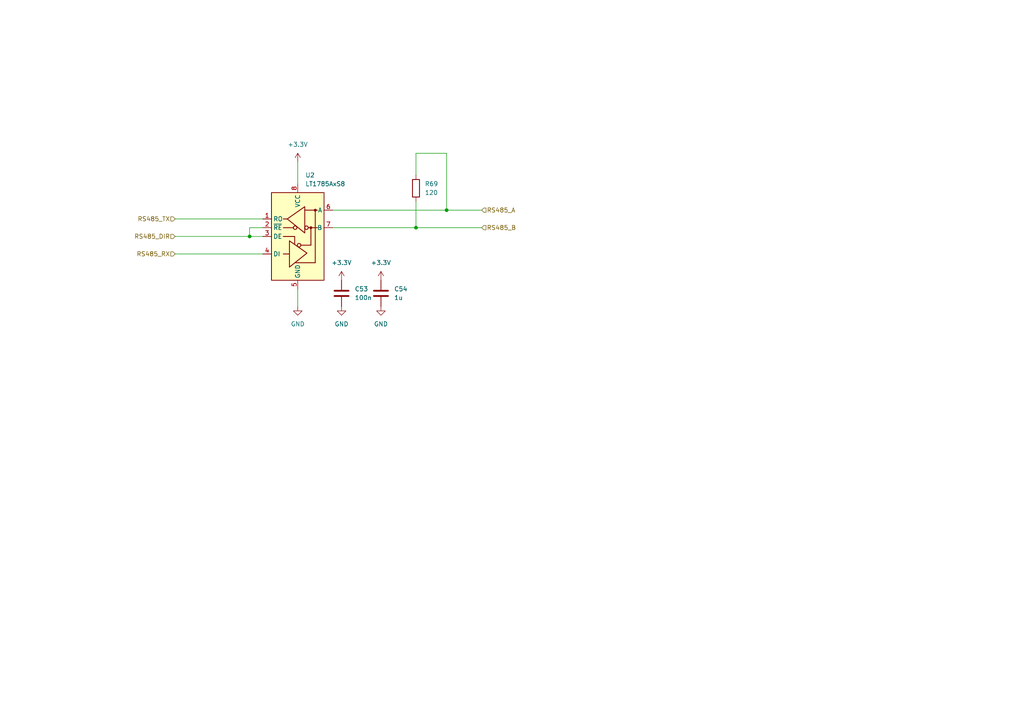
<source format=kicad_sch>
(kicad_sch (version 20231120) (generator "eeschema") (generator_version "8.0")
  (paper "A4")
  (lib_symbols
    (symbol "Device:C" (pin_numbers hide) (pin_names (offset 0.254))
      (property "Reference" "C" (at 0.635 2.54 0))
      (property "Value" "C" (at 0.635 -2.54 0))
      (symbol "C_0_1"
        (polyline (pts (xy -2.032 -0.762) (xy 2.032 -0.762)) (stroke (width 0.508)))
        (polyline (pts (xy -2.032 0.762) (xy 2.032 0.762)) (stroke (width 0.508)))
      )
      (symbol "C_1_1"
        (pin passive line (at 0 3.81 270) (length 2.794) (name "~") (number "1"))
        (pin passive line (at 0 -3.81 90) (length 2.794) (name "~") (number "2"))
      )
    )
    (symbol "Device:R" (pin_numbers hide) (pin_names (offset 0))
      (property "Reference" "R" (at 2.032 0 90))
      (property "Value" "R" (at 0 0 90))
      (symbol "R_0_1"
        (rectangle (start -1.016 -2.54) (end 1.016 2.54) (stroke (width 0.254)))
      )
      (symbol "R_1_1"
        (pin passive line (at 0 3.81 270) (length 1.27) (name "~") (number "1"))
        (pin passive line (at 0 -3.81 90) (length 1.27) (name "~") (number "2"))
      )
    )
    (symbol "Interface_UART:LT1785AxS8"
      (property "Reference" "U" (at -6.985 13.97 0))
      (property "Value" "LT1785AxS8" (at 7.62 13.97 0))
      (symbol "LT1785AxS8_0_1"
        (rectangle (start -7.62 12.7) (end 7.62 -12.7) (stroke (width 0.254)) (fill (type background)))
        (polyline (pts (xy -4.191 2.54) (xy -1.27 2.54)) (stroke (width 0.254)))
        (polyline (pts (xy -2.54 -5.08) (xy -4.191 -5.08)) (stroke (width 0.254)))
        (polyline (pts (xy -0.635 -7.62) (xy 5.08 -7.62)) (stroke (width 0.254)))
        (polyline (pts (xy 0.889 -2.54) (xy 3.81 -2.54)) (stroke (width 0.254)))
        (polyline (pts (xy 2.032 7.62) (xy 5.715 7.62)) (stroke (width 0.254)))
        (polyline (pts (xy 3.048 2.54) (xy 5.715 2.54)) (stroke (width 0.254)))
        (polyline (pts (xy 3.81 -2.54) (xy 3.81 2.54)) (stroke (width 0.254)))
        (polyline (pts (xy 5.08 -7.62) (xy 5.08 7.62)) (stroke (width 0.254)))
        (polyline (pts (xy -4.191 0) (xy -0.889 0) (xy -0.889 -2.286)) (stroke (width 0.254)))
        (polyline (pts (xy -3.175 5.08) (xy -4.191 5.08) (xy -4.064 5.08)) (stroke (width 0.254)))
        (polyline (pts (xy -2.413 -5.08) (xy -2.413 -1.27) (xy 2.667 -4.826) (xy -2.413 -8.89) (xy -2.413 -5.08)) (stroke (width 0.254)))
        (circle (center 0.381 -2.54) (radius 0.508) (stroke (width 0.254)))
        (circle (center 3.81 2.54) (radius 0.2794) (stroke (width 0.254)) (fill (type outline)))
      )
      (symbol "LT1785AxS8_1_1"
        (circle (center -0.762 2.54) (radius 0.508) (stroke (width 0.254)))
        (polyline (pts (xy 2.032 4.826) (xy 2.032 8.636) (xy -3.048 5.08) (xy 2.032 1.016) (xy 2.032 4.826)) (stroke (width 0.254)))
        (circle (center 2.54 2.54) (radius 0.508) (stroke (width 0.254)))
        (circle (center 5.08 7.62) (radius 0.2794) (stroke (width 0.254)) (fill (type outline)))
        (pin output line (at -10.16 5.08 0) (length 2.54) (name "RO") (number "1"))
        (pin input line (at -10.16 2.54 0) (length 2.54) (name "~{RE}") (number "2"))
        (pin input line (at -10.16 0 0) (length 2.54) (name "DE") (number "3"))
        (pin input line (at -10.16 -5.08 0) (length 2.54) (name "DI") (number "4"))
        (pin power_in line (at 0 -15.24 90) (length 2.54) (name "GND") (number "5"))
        (pin bidirectional line (at 10.16 7.62 180) (length 2.54) (name "A") (number "6"))
        (pin bidirectional line (at 10.16 2.54 180) (length 2.54) (name "B") (number "7"))
        (pin power_in line (at 0 15.24 270) (length 2.54) (name "VCC") (number "8"))
      )
    )
    (symbol "power:+3.3V" (power) (pin_names (offset 0))
      (property "Value" "+3.3V" (at 0 3.556 0))
      (symbol "+3.3V_0_1"
        (polyline (pts (xy -0.762 1.27) (xy 0 2.54)))
        (polyline (pts (xy 0 0) (xy 0 2.54)))
        (polyline (pts (xy 0 2.54) (xy 0.762 1.27)))
      )
      (symbol "+3.3V_1_1"
        (pin power_in line (at 0 0 90) (length 0) hide (name "+3.3V") (number "1"))
      )
    )
    (symbol "power:GND" (power) (pin_names (offset 0))
      (property "Value" "GND" (at 0 -3.81 0))
      (symbol "GND_0_1"
        (polyline (pts (xy 0 0) (xy 0 -1.27) (xy 1.27 -1.27) (xy 0 -2.54) (xy -1.27 -1.27) (xy 0 -1.27)))
      )
      (symbol "GND_1_1"
        (pin power_in line (at 0 0 270) (length 0) hide (name "GND") (number "1"))
      )
    )
  )
  (junction (at 129.54 60.96))
  (junction (at 120.65 66.04))
  (junction (at 72.39 68.58))
  (wire (pts (xy 120.65 66.04) (xy 139.7 66.04)))
  (wire (pts (xy 96.52 60.96) (xy 129.54 60.96)))
  (wire (pts (xy 129.54 60.96) (xy 139.7 60.96)))
  (wire (pts (xy 50.8 63.5) (xy 76.2 63.5)))
  (wire (pts (xy 86.36 88.9) (xy 86.36 83.82)))
  (wire (pts (xy 50.8 73.66) (xy 76.2 73.66)))
  (wire (pts (xy 72.39 68.58) (xy 76.2 68.58)))
  (wire (pts (xy 120.65 50.8) (xy 120.65 44.45)))
  (wire (pts (xy 96.52 66.04) (xy 120.65 66.04)))
  (wire (pts (xy 86.36 46.99) (xy 86.36 53.34)))
  (wire (pts (xy 120.65 44.45) (xy 129.54 44.45)))
  (wire (pts (xy 76.2 66.04) (xy 72.39 66.04)))
  (wire (pts (xy 129.54 44.45) (xy 129.54 60.96)))
  (wire (pts (xy 120.65 58.42) (xy 120.65 66.04)))
  (wire (pts (xy 50.8 68.58) (xy 72.39 68.58)))
  (wire (pts (xy 72.39 66.04) (xy 72.39 68.58)))
  (hierarchical_label "RS485_RX" (shape input) (at 50.8 73.66 180))
  (hierarchical_label "RS485_A" (shape input) (at 139.7 60.96 0))
  (hierarchical_label "RS485_TX" (shape input) (at 50.8 63.5 180))
  (hierarchical_label "RS485_B" (shape input) (at 139.7 66.04 0))
  (hierarchical_label "RS485_DIR" (shape input) (at 50.8 68.58 180))
  (symbol (lib_id "Device:C") (at 99.06 85.09 0) (unit 1)
    (property "Reference" "C53" (at 102.87 83.8199 0) (effects (justify left)))
    (property "Value" "100n" (at 102.87 86.3599 0) (effects (justify left)))
    (property "Footprint" "Capacitor_SMD:C_0603_1608Metric" (effects (hide yes)))
  )
  (symbol (lib_id "power:+3.3V") (at 99.06 81.28 0) (unit 1)
    (property "Reference" "#PWR047" (effects (hide yes)))
    (property "Value" "+3.3V" (at 99.06 76.2 0))
  )
  (symbol (lib_id "Interface_UART:LT1785AxS8") (at 86.36 68.58 0) (unit 1)
    (property "Reference" "U2" (at 88.5541 50.8 0) (effects (justify left)))
    (property "Value" "LT1785AxS8" (at 88.5541 53.34 0) (effects (justify left)))
    (property "Footprint" "Package_SO:SOIC-8_3.9x4.9mm_P1.27mm" (effects (hide yes)))
    (property "Datasheet" "https://www.analog.com/media/en/technical-documentation/data-sheets/LT1785-1785A-1791-1791A.pdf" (effects (hide yes)))
    (property "Description" "RS-485, RS-422 Half duplex 250kbps transceiver, fail-safe receiver, SOIC-8" (effects (hide yes)))
  )
  (symbol (lib_id "power:GND") (at 86.36 88.9 0) (unit 1)
    (property "Reference" "#PWR0218" (effects (hide yes)))
    (property "Value" "GND" (at 86.36 93.98 0))
  )
  (symbol (lib_id "Device:R") (at 120.65 54.61 0) (unit 1)
    (property "Reference" "R69" (at 123.19 53.3399 0) (effects (justify left)))
    (property "Value" "120" (at 123.19 55.8799 0) (effects (justify left)))
    (property "Footprint" "Resistor_SMD:R_1206_3216Metric" (effects (hide yes)))
    (property "Description" "Resistor" (effects (hide yes)))
  )
  (symbol (lib_id "power:GND") (at 99.06 88.9 0) (unit 1)
    (property "Reference" "#PWR048" (effects (hide yes)))
    (property "Value" "GND" (at 99.06 93.98 0))
  )
  (symbol (lib_id "power:+3.3V") (at 110.49 81.28 0) (unit 1)
    (property "Reference" "#PWR0214" (effects (hide yes)))
    (property "Value" "+3.3V" (at 110.49 76.2 0))
  )
  (symbol (lib_id "Device:C") (at 110.49 85.09 0) (unit 1)
    (property "Reference" "C54" (at 114.3 83.8199 0) (effects (justify left)))
    (property "Value" "1u" (at 114.3 86.3599 0) (effects (justify left)))
    (property "Footprint" "Capacitor_SMD:C_0603_1608Metric" (effects (hide yes)))
  )
  (symbol (lib_id "power:GND") (at 110.49 88.9 0) (unit 1)
    (property "Reference" "#PWR0215" (effects (hide yes)))
    (property "Value" "GND" (at 110.49 93.98 0))
  )
  (symbol (lib_id "power:+3.3V") (at 86.36 46.99 0) (unit 1)
    (property "Reference" "#PWR0217" (effects (hide yes)))
    (property "Value" "+3.3V" (at 86.36 41.91 0))
  )
)
</source>
